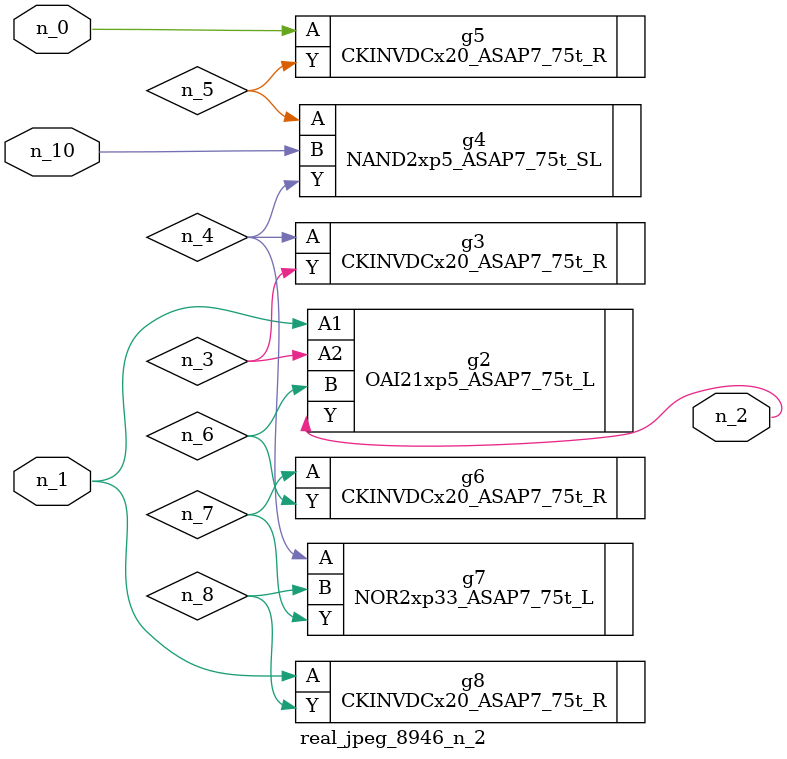
<source format=v>
module real_jpeg_8946_n_2 (n_1, n_10, n_0, n_2);

input n_1;
input n_10;
input n_0;

output n_2;

wire n_5;
wire n_4;
wire n_8;
wire n_6;
wire n_7;
wire n_3;

CKINVDCx20_ASAP7_75t_R g5 ( 
.A(n_0),
.Y(n_5)
);

OAI21xp5_ASAP7_75t_L g2 ( 
.A1(n_1),
.A2(n_3),
.B(n_6),
.Y(n_2)
);

CKINVDCx20_ASAP7_75t_R g8 ( 
.A(n_1),
.Y(n_8)
);

CKINVDCx20_ASAP7_75t_R g3 ( 
.A(n_4),
.Y(n_3)
);

NOR2xp33_ASAP7_75t_L g7 ( 
.A(n_4),
.B(n_8),
.Y(n_7)
);

NAND2xp5_ASAP7_75t_SL g4 ( 
.A(n_5),
.B(n_10),
.Y(n_4)
);

CKINVDCx20_ASAP7_75t_R g6 ( 
.A(n_7),
.Y(n_6)
);


endmodule
</source>
